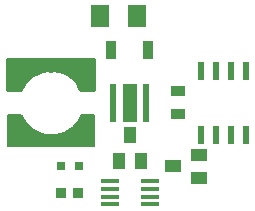
<source format=gtp>
G75*
%MOIN*%
%OFA0B0*%
%FSLAX25Y25*%
%IPPOS*%
%LPD*%
%AMOC8*
5,1,8,0,0,1.08239X$1,22.5*
%
%ADD10R,0.05118X0.03543*%
%ADD11R,0.02165X0.05906*%
%ADD12R,0.03937X0.05512*%
%ADD13R,0.01969X0.12992*%
%ADD14R,0.05118X0.12992*%
%ADD15R,0.05000X0.05000*%
%ADD16C,0.01200*%
%ADD17C,0.00160*%
%ADD18C,0.00500*%
%ADD19R,0.06299X0.07480*%
%ADD20R,0.03543X0.06299*%
%ADD21R,0.06299X0.01181*%
%ADD22R,0.03740X0.03740*%
%ADD23R,0.03150X0.03150*%
%ADD24R,0.05512X0.03937*%
D10*
X0062850Y0044110D03*
X0062850Y0051590D03*
D11*
X0070350Y0058480D03*
X0075350Y0058480D03*
X0080350Y0058480D03*
X0085350Y0058480D03*
X0085350Y0037220D03*
X0080350Y0037220D03*
X0075350Y0037220D03*
X0070350Y0037220D03*
D12*
X0050340Y0028519D03*
X0042860Y0028519D03*
X0046600Y0037181D03*
D13*
X0041088Y0047850D03*
X0052112Y0047850D03*
D14*
X0046600Y0047850D03*
D15*
X0008539Y0036039D03*
X0008539Y0059661D03*
D16*
X0005980Y0059180D02*
X0034720Y0059180D01*
X0034720Y0057982D02*
X0025255Y0057982D01*
X0025471Y0057903D02*
X0024241Y0058349D01*
X0022956Y0058597D01*
X0021649Y0058641D01*
X0020350Y0058480D01*
X0019044Y0058688D01*
X0017721Y0058680D01*
X0016418Y0058454D01*
X0015169Y0058018D01*
X0014009Y0057383D01*
X0012969Y0056566D01*
X0012077Y0055589D01*
X0011357Y0054479D01*
X0010829Y0053267D01*
X0010507Y0051984D01*
X0005980Y0051984D01*
X0005980Y0062220D01*
X0034720Y0062220D01*
X0034720Y0051984D01*
X0030193Y0051984D01*
X0029830Y0053241D01*
X0029276Y0054426D01*
X0028542Y0055510D01*
X0027649Y0056466D01*
X0026617Y0057270D01*
X0025471Y0057903D01*
X0027242Y0056783D02*
X0034720Y0056783D01*
X0034720Y0055584D02*
X0028473Y0055584D01*
X0029295Y0054386D02*
X0034720Y0054386D01*
X0034720Y0053187D02*
X0029846Y0053187D01*
X0030191Y0051989D02*
X0034720Y0051989D01*
X0034720Y0060379D02*
X0005980Y0060379D01*
X0005980Y0061577D02*
X0034720Y0061577D01*
X0015103Y0057982D02*
X0005980Y0057982D01*
X0005980Y0056783D02*
X0013246Y0056783D01*
X0012074Y0055584D02*
X0005980Y0055584D01*
X0005980Y0054386D02*
X0011317Y0054386D01*
X0010809Y0053187D02*
X0005980Y0053187D01*
X0005980Y0051989D02*
X0010509Y0051989D01*
D17*
X0009246Y0043207D02*
X0010573Y0043765D01*
X0010678Y0043527D01*
X0010790Y0043292D01*
X0010906Y0043060D01*
X0011029Y0042831D01*
X0011157Y0042605D01*
X0011291Y0042382D01*
X0011430Y0042162D01*
X0011574Y0041946D01*
X0011724Y0041733D01*
X0011878Y0041524D01*
X0012038Y0041319D01*
X0012203Y0041118D01*
X0012372Y0040921D01*
X0012546Y0040728D01*
X0012725Y0040540D01*
X0012909Y0040356D01*
X0013097Y0040176D01*
X0013289Y0040001D01*
X0013486Y0039831D01*
X0013686Y0039666D01*
X0013891Y0039505D01*
X0014099Y0039350D01*
X0014311Y0039200D01*
X0014527Y0039054D01*
X0014746Y0038915D01*
X0014968Y0038780D01*
X0015194Y0038652D01*
X0015423Y0038528D01*
X0015655Y0038410D01*
X0015889Y0038298D01*
X0016126Y0038192D01*
X0016366Y0038092D01*
X0016608Y0037997D01*
X0016853Y0037908D01*
X0017099Y0037826D01*
X0017347Y0037749D01*
X0017598Y0037679D01*
X0017849Y0037614D01*
X0018103Y0037556D01*
X0018357Y0037504D01*
X0018613Y0037458D01*
X0018870Y0037418D01*
X0019128Y0037385D01*
X0019387Y0037358D01*
X0019646Y0037337D01*
X0019905Y0037323D01*
X0020165Y0037315D01*
X0020425Y0037313D01*
X0020685Y0037318D01*
X0020944Y0037329D01*
X0021204Y0037346D01*
X0021463Y0037370D01*
X0021721Y0037400D01*
X0021978Y0037436D01*
X0022235Y0037478D01*
X0022490Y0037527D01*
X0022744Y0037582D01*
X0022997Y0037643D01*
X0023248Y0037710D01*
X0023497Y0037784D01*
X0023745Y0037863D01*
X0023990Y0037949D01*
X0024233Y0038040D01*
X0024475Y0038137D01*
X0024713Y0038240D01*
X0024949Y0038349D01*
X0025182Y0038464D01*
X0025413Y0038584D01*
X0025640Y0038710D01*
X0025864Y0038842D01*
X0026085Y0038978D01*
X0026303Y0039121D01*
X0026517Y0039268D01*
X0026727Y0039421D01*
X0026934Y0039578D01*
X0027137Y0039741D01*
X0027335Y0039909D01*
X0027530Y0040081D01*
X0027720Y0040258D01*
X0027906Y0040440D01*
X0028088Y0040626D01*
X0028264Y0040817D01*
X0028437Y0041011D01*
X0028604Y0041210D01*
X0028766Y0041413D01*
X0028924Y0041620D01*
X0029076Y0041831D01*
X0029223Y0042045D01*
X0029365Y0042263D01*
X0029501Y0042484D01*
X0029633Y0042708D01*
X0029758Y0042936D01*
X0029878Y0043167D01*
X0029992Y0043400D01*
X0030101Y0043636D01*
X0030204Y0043875D01*
X0031537Y0043332D01*
X0031421Y0043060D01*
X0031298Y0042792D01*
X0031168Y0042527D01*
X0031032Y0042265D01*
X0030890Y0042006D01*
X0030741Y0041751D01*
X0030586Y0041499D01*
X0030425Y0041252D01*
X0030258Y0041008D01*
X0030085Y0040769D01*
X0029907Y0040534D01*
X0029722Y0040303D01*
X0029532Y0040077D01*
X0029337Y0039856D01*
X0029136Y0039639D01*
X0028930Y0039428D01*
X0028719Y0039221D01*
X0028503Y0039020D01*
X0028282Y0038824D01*
X0028057Y0038633D01*
X0027827Y0038448D01*
X0027592Y0038269D01*
X0027353Y0038096D01*
X0027110Y0037928D01*
X0026863Y0037766D01*
X0026612Y0037611D01*
X0026357Y0037461D01*
X0026099Y0037318D01*
X0025837Y0037181D01*
X0025572Y0037051D01*
X0025304Y0036927D01*
X0025033Y0036810D01*
X0024759Y0036699D01*
X0024483Y0036595D01*
X0024204Y0036498D01*
X0023923Y0036408D01*
X0023640Y0036325D01*
X0023355Y0036248D01*
X0023068Y0036179D01*
X0022779Y0036116D01*
X0022489Y0036061D01*
X0022198Y0036013D01*
X0021905Y0035971D01*
X0021612Y0035937D01*
X0021318Y0035911D01*
X0021023Y0035891D01*
X0020728Y0035878D01*
X0020433Y0035873D01*
X0020138Y0035875D01*
X0019843Y0035884D01*
X0019548Y0035901D01*
X0019253Y0035924D01*
X0018960Y0035955D01*
X0018667Y0035993D01*
X0018375Y0036038D01*
X0018084Y0036090D01*
X0017795Y0036149D01*
X0017507Y0036215D01*
X0017221Y0036289D01*
X0016937Y0036369D01*
X0016655Y0036456D01*
X0016375Y0036550D01*
X0016098Y0036651D01*
X0015823Y0036758D01*
X0015550Y0036872D01*
X0015281Y0036993D01*
X0015014Y0037121D01*
X0014751Y0037254D01*
X0014491Y0037395D01*
X0014235Y0037541D01*
X0013982Y0037694D01*
X0013733Y0037853D01*
X0013488Y0038018D01*
X0013248Y0038188D01*
X0013011Y0038365D01*
X0012779Y0038547D01*
X0012551Y0038735D01*
X0012328Y0038929D01*
X0012110Y0039128D01*
X0011896Y0039332D01*
X0011688Y0039541D01*
X0011485Y0039755D01*
X0011287Y0039975D01*
X0011095Y0040199D01*
X0010908Y0040427D01*
X0010726Y0040660D01*
X0010551Y0040898D01*
X0010381Y0041139D01*
X0010217Y0041385D01*
X0010060Y0041635D01*
X0009908Y0041888D01*
X0009763Y0042145D01*
X0009624Y0042406D01*
X0009491Y0042669D01*
X0009365Y0042936D01*
X0009245Y0043206D01*
X0009385Y0043265D01*
X0009503Y0042998D01*
X0009627Y0042735D01*
X0009758Y0042474D01*
X0009896Y0042217D01*
X0010039Y0041963D01*
X0010189Y0041713D01*
X0010344Y0041466D01*
X0010506Y0041224D01*
X0010674Y0040985D01*
X0010847Y0040751D01*
X0011026Y0040521D01*
X0011211Y0040295D01*
X0011401Y0040074D01*
X0011596Y0039857D01*
X0011797Y0039646D01*
X0012002Y0039439D01*
X0012213Y0039238D01*
X0012429Y0039041D01*
X0012649Y0038850D01*
X0012874Y0038665D01*
X0013103Y0038485D01*
X0013337Y0038310D01*
X0013575Y0038142D01*
X0013817Y0037979D01*
X0014062Y0037822D01*
X0014312Y0037671D01*
X0014565Y0037526D01*
X0014822Y0037388D01*
X0015082Y0037256D01*
X0015345Y0037130D01*
X0015611Y0037011D01*
X0015880Y0036898D01*
X0016151Y0036792D01*
X0016425Y0036692D01*
X0016702Y0036600D01*
X0016980Y0036514D01*
X0017261Y0036434D01*
X0017543Y0036362D01*
X0017827Y0036297D01*
X0018113Y0036238D01*
X0018400Y0036187D01*
X0018688Y0036142D01*
X0018977Y0036105D01*
X0019267Y0036075D01*
X0019558Y0036051D01*
X0019849Y0036035D01*
X0020141Y0036026D01*
X0020432Y0036024D01*
X0020724Y0036029D01*
X0021015Y0036042D01*
X0021306Y0036061D01*
X0021596Y0036088D01*
X0021886Y0036121D01*
X0022175Y0036162D01*
X0022462Y0036210D01*
X0022749Y0036264D01*
X0023034Y0036326D01*
X0023317Y0036394D01*
X0023599Y0036470D01*
X0023878Y0036552D01*
X0024156Y0036641D01*
X0024431Y0036737D01*
X0024704Y0036840D01*
X0024975Y0036949D01*
X0025242Y0037065D01*
X0025507Y0037187D01*
X0025768Y0037316D01*
X0026027Y0037451D01*
X0026282Y0037592D01*
X0026533Y0037740D01*
X0026781Y0037893D01*
X0027025Y0038053D01*
X0027265Y0038218D01*
X0027501Y0038390D01*
X0027733Y0038567D01*
X0027960Y0038749D01*
X0028183Y0038938D01*
X0028401Y0039131D01*
X0028614Y0039330D01*
X0028823Y0039534D01*
X0029026Y0039743D01*
X0029224Y0039956D01*
X0029417Y0040175D01*
X0029605Y0040398D01*
X0029787Y0040626D01*
X0029963Y0040858D01*
X0030134Y0041095D01*
X0030299Y0041335D01*
X0030458Y0041579D01*
X0030611Y0041828D01*
X0030758Y0042080D01*
X0030898Y0042335D01*
X0031033Y0042594D01*
X0031161Y0042856D01*
X0031282Y0043121D01*
X0031398Y0043389D01*
X0031258Y0043446D01*
X0031144Y0043181D01*
X0031024Y0042919D01*
X0030898Y0042661D01*
X0030765Y0042405D01*
X0030626Y0042153D01*
X0030481Y0041905D01*
X0030330Y0041660D01*
X0030173Y0041418D01*
X0030010Y0041181D01*
X0029842Y0040947D01*
X0029667Y0040718D01*
X0029488Y0040493D01*
X0029302Y0040273D01*
X0029112Y0040057D01*
X0028916Y0039846D01*
X0028715Y0039640D01*
X0028510Y0039439D01*
X0028299Y0039242D01*
X0028084Y0039051D01*
X0027864Y0038866D01*
X0027639Y0038685D01*
X0027411Y0038511D01*
X0027178Y0038341D01*
X0026941Y0038178D01*
X0026700Y0038020D01*
X0026455Y0037869D01*
X0026207Y0037723D01*
X0025955Y0037584D01*
X0025700Y0037450D01*
X0025442Y0037323D01*
X0025180Y0037203D01*
X0024916Y0037088D01*
X0024649Y0036981D01*
X0024380Y0036879D01*
X0024108Y0036785D01*
X0023834Y0036697D01*
X0023558Y0036615D01*
X0023279Y0036541D01*
X0023000Y0036473D01*
X0022718Y0036412D01*
X0022436Y0036358D01*
X0022152Y0036311D01*
X0021867Y0036271D01*
X0021581Y0036238D01*
X0021294Y0036212D01*
X0021007Y0036192D01*
X0020719Y0036180D01*
X0020431Y0036175D01*
X0020143Y0036177D01*
X0019856Y0036186D01*
X0019568Y0036202D01*
X0019281Y0036225D01*
X0018995Y0036255D01*
X0018710Y0036292D01*
X0018425Y0036336D01*
X0018142Y0036386D01*
X0017860Y0036444D01*
X0017579Y0036509D01*
X0017300Y0036580D01*
X0017023Y0036658D01*
X0016748Y0036743D01*
X0016475Y0036835D01*
X0016205Y0036933D01*
X0015937Y0037038D01*
X0015671Y0037149D01*
X0015408Y0037267D01*
X0015149Y0037391D01*
X0014892Y0037522D01*
X0014639Y0037658D01*
X0014389Y0037801D01*
X0014142Y0037950D01*
X0013900Y0038105D01*
X0013661Y0038265D01*
X0013426Y0038432D01*
X0013195Y0038604D01*
X0012969Y0038782D01*
X0012747Y0038965D01*
X0012529Y0039154D01*
X0012317Y0039348D01*
X0012109Y0039547D01*
X0011906Y0039751D01*
X0011707Y0039959D01*
X0011515Y0040173D01*
X0011327Y0040391D01*
X0011145Y0040614D01*
X0010968Y0040841D01*
X0010797Y0041073D01*
X0010631Y0041308D01*
X0010472Y0041548D01*
X0010318Y0041791D01*
X0010170Y0042038D01*
X0010028Y0042289D01*
X0009893Y0042543D01*
X0009763Y0042800D01*
X0009640Y0043060D01*
X0009524Y0043323D01*
X0009663Y0043382D01*
X0009778Y0043122D01*
X0009900Y0042865D01*
X0010027Y0042611D01*
X0010161Y0042361D01*
X0010301Y0042113D01*
X0010447Y0041870D01*
X0010599Y0041629D01*
X0010756Y0041393D01*
X0010920Y0041160D01*
X0011089Y0040932D01*
X0011263Y0040708D01*
X0011443Y0040488D01*
X0011628Y0040272D01*
X0011819Y0040061D01*
X0012014Y0039855D01*
X0012215Y0039654D01*
X0012420Y0039458D01*
X0012630Y0039266D01*
X0012845Y0039080D01*
X0013064Y0038899D01*
X0013288Y0038724D01*
X0013515Y0038554D01*
X0013747Y0038389D01*
X0013983Y0038231D01*
X0014223Y0038078D01*
X0014466Y0037931D01*
X0014712Y0037790D01*
X0014963Y0037655D01*
X0015216Y0037526D01*
X0015472Y0037404D01*
X0015732Y0037288D01*
X0015994Y0037178D01*
X0016258Y0037074D01*
X0016525Y0036977D01*
X0016795Y0036887D01*
X0017066Y0036803D01*
X0017340Y0036726D01*
X0017615Y0036655D01*
X0017892Y0036592D01*
X0018170Y0036535D01*
X0018450Y0036485D01*
X0018731Y0036441D01*
X0019013Y0036405D01*
X0019295Y0036375D01*
X0019579Y0036353D01*
X0019862Y0036337D01*
X0020146Y0036328D01*
X0020430Y0036326D01*
X0020715Y0036331D01*
X0020998Y0036343D01*
X0021282Y0036362D01*
X0021565Y0036388D01*
X0021847Y0036421D01*
X0022129Y0036460D01*
X0022409Y0036507D01*
X0022688Y0036560D01*
X0022966Y0036620D01*
X0023242Y0036687D01*
X0023516Y0036761D01*
X0023789Y0036841D01*
X0024060Y0036928D01*
X0024328Y0037021D01*
X0024594Y0037121D01*
X0024857Y0037228D01*
X0025118Y0037340D01*
X0025376Y0037459D01*
X0025631Y0037585D01*
X0025883Y0037716D01*
X0026132Y0037854D01*
X0026377Y0037998D01*
X0026618Y0038148D01*
X0026856Y0038303D01*
X0027090Y0038464D01*
X0027320Y0038631D01*
X0027546Y0038804D01*
X0027767Y0038982D01*
X0027984Y0039165D01*
X0028197Y0039354D01*
X0028405Y0039547D01*
X0028608Y0039746D01*
X0028806Y0039950D01*
X0029000Y0040158D01*
X0029188Y0040371D01*
X0029370Y0040589D01*
X0029548Y0040810D01*
X0029720Y0041037D01*
X0029886Y0041267D01*
X0030047Y0041501D01*
X0030202Y0041740D01*
X0030351Y0041981D01*
X0030494Y0042227D01*
X0030631Y0042476D01*
X0030762Y0042728D01*
X0030887Y0042983D01*
X0031006Y0043241D01*
X0031118Y0043503D01*
X0030978Y0043560D01*
X0030867Y0043302D01*
X0030750Y0043047D01*
X0030627Y0042795D01*
X0030498Y0042546D01*
X0030362Y0042301D01*
X0030221Y0042058D01*
X0030074Y0041820D01*
X0029921Y0041585D01*
X0029762Y0041353D01*
X0029598Y0041126D01*
X0029428Y0040903D01*
X0029253Y0040684D01*
X0029073Y0040469D01*
X0028887Y0040259D01*
X0028696Y0040053D01*
X0028501Y0039852D01*
X0028300Y0039656D01*
X0028095Y0039465D01*
X0027885Y0039279D01*
X0027671Y0039098D01*
X0027452Y0038922D01*
X0027229Y0038752D01*
X0027002Y0038587D01*
X0026771Y0038428D01*
X0026537Y0038275D01*
X0026298Y0038127D01*
X0026056Y0037985D01*
X0025811Y0037849D01*
X0025562Y0037719D01*
X0025311Y0037596D01*
X0025056Y0037478D01*
X0024799Y0037367D01*
X0024539Y0037262D01*
X0024276Y0037163D01*
X0024011Y0037071D01*
X0023744Y0036985D01*
X0023475Y0036906D01*
X0023204Y0036833D01*
X0022932Y0036767D01*
X0022658Y0036708D01*
X0022382Y0036655D01*
X0022106Y0036610D01*
X0021828Y0036570D01*
X0021549Y0036538D01*
X0021270Y0036513D01*
X0020990Y0036494D01*
X0020710Y0036482D01*
X0020430Y0036477D01*
X0020149Y0036479D01*
X0019869Y0036488D01*
X0019589Y0036503D01*
X0019309Y0036526D01*
X0019030Y0036555D01*
X0018752Y0036591D01*
X0018475Y0036633D01*
X0018199Y0036683D01*
X0017924Y0036739D01*
X0017651Y0036802D01*
X0017379Y0036872D01*
X0017109Y0036948D01*
X0016841Y0037031D01*
X0016575Y0037120D01*
X0016312Y0037215D01*
X0016051Y0037318D01*
X0015792Y0037426D01*
X0015536Y0037541D01*
X0015283Y0037662D01*
X0015033Y0037789D01*
X0014786Y0037922D01*
X0014543Y0038061D01*
X0014303Y0038206D01*
X0014066Y0038357D01*
X0013833Y0038513D01*
X0013605Y0038676D01*
X0013380Y0038843D01*
X0013159Y0039016D01*
X0012943Y0039195D01*
X0012731Y0039379D01*
X0012524Y0039567D01*
X0012321Y0039761D01*
X0012123Y0039960D01*
X0011930Y0040163D01*
X0011742Y0040372D01*
X0011559Y0040584D01*
X0011382Y0040801D01*
X0011209Y0041023D01*
X0011043Y0041248D01*
X0010881Y0041478D01*
X0010726Y0041711D01*
X0010576Y0041948D01*
X0010432Y0042189D01*
X0010294Y0042433D01*
X0010162Y0042680D01*
X0010036Y0042931D01*
X0009916Y0043184D01*
X0009802Y0043441D01*
X0009941Y0043499D01*
X0010054Y0043246D01*
X0010172Y0042996D01*
X0010296Y0042749D01*
X0010427Y0042505D01*
X0010563Y0042264D01*
X0010705Y0042026D01*
X0010853Y0041792D01*
X0011007Y0041562D01*
X0011166Y0041336D01*
X0011330Y0041113D01*
X0011500Y0040895D01*
X0011676Y0040681D01*
X0011856Y0040471D01*
X0012041Y0040265D01*
X0012232Y0040065D01*
X0012427Y0039869D01*
X0012627Y0039677D01*
X0012832Y0039491D01*
X0013041Y0039310D01*
X0013254Y0039134D01*
X0013472Y0038963D01*
X0013694Y0038797D01*
X0013920Y0038637D01*
X0014149Y0038483D01*
X0014383Y0038334D01*
X0014620Y0038191D01*
X0014860Y0038054D01*
X0015103Y0037922D01*
X0015350Y0037797D01*
X0015600Y0037678D01*
X0015852Y0037564D01*
X0016108Y0037457D01*
X0016365Y0037357D01*
X0016625Y0037262D01*
X0016888Y0037174D01*
X0017152Y0037093D01*
X0017419Y0037017D01*
X0017687Y0036949D01*
X0017956Y0036887D01*
X0018228Y0036831D01*
X0018500Y0036782D01*
X0018773Y0036740D01*
X0019048Y0036705D01*
X0019323Y0036676D01*
X0019599Y0036654D01*
X0019875Y0036639D01*
X0020152Y0036630D01*
X0020429Y0036628D01*
X0020705Y0036633D01*
X0020982Y0036645D01*
X0021258Y0036663D01*
X0021534Y0036688D01*
X0021809Y0036720D01*
X0022083Y0036759D01*
X0022356Y0036804D01*
X0022627Y0036856D01*
X0022898Y0036914D01*
X0023167Y0036980D01*
X0023434Y0037051D01*
X0023700Y0037129D01*
X0023963Y0037214D01*
X0024225Y0037305D01*
X0024484Y0037402D01*
X0024740Y0037506D01*
X0024994Y0037616D01*
X0025245Y0037732D01*
X0025494Y0037854D01*
X0025739Y0037982D01*
X0025981Y0038116D01*
X0026220Y0038256D01*
X0026455Y0038402D01*
X0026687Y0038553D01*
X0026915Y0038710D01*
X0027139Y0038873D01*
X0027359Y0039041D01*
X0027574Y0039214D01*
X0027786Y0039393D01*
X0027993Y0039576D01*
X0028195Y0039765D01*
X0028393Y0039958D01*
X0028586Y0040157D01*
X0028775Y0040359D01*
X0028958Y0040567D01*
X0029136Y0040779D01*
X0029309Y0040995D01*
X0029476Y0041215D01*
X0029638Y0041440D01*
X0029795Y0041668D01*
X0029946Y0041900D01*
X0030091Y0042135D01*
X0030231Y0042374D01*
X0030364Y0042617D01*
X0030492Y0042862D01*
X0030613Y0043111D01*
X0030729Y0043362D01*
X0030838Y0043616D01*
X0030698Y0043673D01*
X0030590Y0043423D01*
X0030476Y0043175D01*
X0030356Y0042929D01*
X0030231Y0042687D01*
X0030099Y0042448D01*
X0029961Y0042212D01*
X0029818Y0041980D01*
X0029669Y0041751D01*
X0029514Y0041526D01*
X0029354Y0041304D01*
X0029189Y0041087D01*
X0029019Y0040874D01*
X0028843Y0040665D01*
X0028662Y0040460D01*
X0028476Y0040260D01*
X0028286Y0040064D01*
X0028091Y0039874D01*
X0027891Y0039688D01*
X0027687Y0039506D01*
X0027478Y0039330D01*
X0027265Y0039159D01*
X0027048Y0038994D01*
X0026827Y0038833D01*
X0026602Y0038678D01*
X0026374Y0038529D01*
X0026142Y0038385D01*
X0025906Y0038247D01*
X0025667Y0038115D01*
X0025425Y0037988D01*
X0025180Y0037868D01*
X0024932Y0037753D01*
X0024682Y0037645D01*
X0024428Y0037543D01*
X0024173Y0037447D01*
X0023915Y0037357D01*
X0023655Y0037274D01*
X0023393Y0037196D01*
X0023129Y0037126D01*
X0022864Y0037062D01*
X0022597Y0037004D01*
X0022329Y0036953D01*
X0022060Y0036908D01*
X0021789Y0036870D01*
X0021518Y0036839D01*
X0021246Y0036814D01*
X0020974Y0036796D01*
X0020701Y0036784D01*
X0020428Y0036779D01*
X0020155Y0036781D01*
X0019882Y0036789D01*
X0019609Y0036805D01*
X0019337Y0036826D01*
X0019066Y0036855D01*
X0018795Y0036890D01*
X0018525Y0036931D01*
X0018256Y0036979D01*
X0017989Y0037034D01*
X0017723Y0037095D01*
X0017458Y0037163D01*
X0017195Y0037237D01*
X0016934Y0037318D01*
X0016676Y0037405D01*
X0016419Y0037498D01*
X0016165Y0037597D01*
X0015913Y0037703D01*
X0015664Y0037814D01*
X0015417Y0037932D01*
X0015174Y0038056D01*
X0014934Y0038185D01*
X0014696Y0038321D01*
X0014463Y0038462D01*
X0014233Y0038609D01*
X0014006Y0038761D01*
X0013783Y0038919D01*
X0013564Y0039082D01*
X0013350Y0039251D01*
X0013139Y0039425D01*
X0012933Y0039603D01*
X0012731Y0039787D01*
X0012533Y0039976D01*
X0012341Y0040169D01*
X0012153Y0040368D01*
X0011970Y0040570D01*
X0011792Y0040777D01*
X0011619Y0040988D01*
X0011451Y0041204D01*
X0011289Y0041423D01*
X0011132Y0041647D01*
X0010980Y0041874D01*
X0010834Y0042105D01*
X0010694Y0042339D01*
X0010559Y0042577D01*
X0010431Y0042817D01*
X0010308Y0043061D01*
X0010191Y0043308D01*
X0010081Y0043558D01*
X0010220Y0043616D01*
X0010329Y0043370D01*
X0010444Y0043127D01*
X0010565Y0042886D01*
X0010692Y0042648D01*
X0010825Y0042414D01*
X0010963Y0042183D01*
X0011107Y0041955D01*
X0011257Y0041731D01*
X0011412Y0041511D01*
X0011572Y0041294D01*
X0011737Y0041082D01*
X0011908Y0040874D01*
X0012084Y0040669D01*
X0012264Y0040470D01*
X0012449Y0040274D01*
X0012640Y0040083D01*
X0012834Y0039897D01*
X0013033Y0039716D01*
X0013237Y0039540D01*
X0013445Y0039368D01*
X0013657Y0039202D01*
X0013873Y0039041D01*
X0014092Y0038885D01*
X0014316Y0038735D01*
X0014543Y0038590D01*
X0014773Y0038451D01*
X0015007Y0038317D01*
X0015244Y0038189D01*
X0015484Y0038067D01*
X0015727Y0037951D01*
X0015973Y0037841D01*
X0016222Y0037737D01*
X0016472Y0037639D01*
X0016726Y0037547D01*
X0016981Y0037461D01*
X0017238Y0037382D01*
X0017498Y0037309D01*
X0017758Y0037242D01*
X0018021Y0037182D01*
X0018285Y0037128D01*
X0018550Y0037080D01*
X0018816Y0037039D01*
X0019083Y0037005D01*
X0019351Y0036977D01*
X0019620Y0036955D01*
X0019888Y0036940D01*
X0020158Y0036932D01*
X0020427Y0036930D01*
X0020696Y0036935D01*
X0020965Y0036946D01*
X0021234Y0036964D01*
X0021502Y0036989D01*
X0021770Y0037020D01*
X0022037Y0037057D01*
X0022302Y0037101D01*
X0022567Y0037152D01*
X0022830Y0037209D01*
X0023092Y0037272D01*
X0023352Y0037342D01*
X0023610Y0037418D01*
X0023867Y0037500D01*
X0024121Y0037589D01*
X0024373Y0037683D01*
X0024623Y0037784D01*
X0024870Y0037891D01*
X0025115Y0038004D01*
X0025357Y0038123D01*
X0025595Y0038248D01*
X0025831Y0038378D01*
X0026063Y0038514D01*
X0026292Y0038656D01*
X0026518Y0038803D01*
X0026739Y0038956D01*
X0026957Y0039114D01*
X0027171Y0039278D01*
X0027381Y0039446D01*
X0027587Y0039620D01*
X0027789Y0039799D01*
X0027986Y0039982D01*
X0028179Y0040171D01*
X0028366Y0040364D01*
X0028550Y0040561D01*
X0028728Y0040763D01*
X0028901Y0040969D01*
X0029070Y0041179D01*
X0029233Y0041394D01*
X0029390Y0041612D01*
X0029543Y0041834D01*
X0029690Y0042060D01*
X0029831Y0042289D01*
X0029967Y0042522D01*
X0030097Y0042757D01*
X0030221Y0042996D01*
X0030340Y0043238D01*
X0030452Y0043483D01*
X0030559Y0043730D01*
X0030419Y0043787D01*
X0030314Y0043543D01*
X0030203Y0043302D01*
X0030086Y0043064D01*
X0029963Y0042828D01*
X0029835Y0042595D01*
X0029701Y0042366D01*
X0029562Y0042140D01*
X0029417Y0041917D01*
X0029266Y0041698D01*
X0029111Y0041483D01*
X0028950Y0041272D01*
X0028784Y0041064D01*
X0028613Y0040861D01*
X0028437Y0040662D01*
X0028257Y0040467D01*
X0028071Y0040277D01*
X0027881Y0040091D01*
X0027687Y0039910D01*
X0027488Y0039734D01*
X0027285Y0039563D01*
X0027078Y0039396D01*
X0026867Y0039235D01*
X0026652Y0039079D01*
X0026433Y0038928D01*
X0026211Y0038783D01*
X0025985Y0038643D01*
X0025756Y0038509D01*
X0025523Y0038380D01*
X0025288Y0038257D01*
X0025049Y0038140D01*
X0024808Y0038029D01*
X0024565Y0037923D01*
X0024318Y0037824D01*
X0024070Y0037731D01*
X0023819Y0037643D01*
X0023566Y0037562D01*
X0023311Y0037487D01*
X0023054Y0037418D01*
X0022796Y0037356D01*
X0022537Y0037300D01*
X0022276Y0037250D01*
X0022014Y0037207D01*
X0021751Y0037170D01*
X0021487Y0037139D01*
X0021222Y0037115D01*
X0020957Y0037097D01*
X0020692Y0037086D01*
X0020426Y0037081D01*
X0020161Y0037083D01*
X0019895Y0037091D01*
X0019630Y0037106D01*
X0019365Y0037127D01*
X0019101Y0037155D01*
X0018837Y0037189D01*
X0018575Y0037229D01*
X0018313Y0037276D01*
X0018053Y0037329D01*
X0017794Y0037389D01*
X0017537Y0037455D01*
X0017281Y0037527D01*
X0017028Y0037605D01*
X0016776Y0037690D01*
X0016526Y0037780D01*
X0016279Y0037877D01*
X0016034Y0037980D01*
X0015791Y0038088D01*
X0015552Y0038203D01*
X0015315Y0038323D01*
X0015081Y0038449D01*
X0014850Y0038581D01*
X0014623Y0038718D01*
X0014399Y0038861D01*
X0014179Y0039009D01*
X0013962Y0039163D01*
X0013749Y0039321D01*
X0013540Y0039485D01*
X0013335Y0039654D01*
X0013134Y0039828D01*
X0012938Y0040007D01*
X0012746Y0040191D01*
X0012558Y0040379D01*
X0012375Y0040572D01*
X0012197Y0040769D01*
X0012024Y0040970D01*
X0011856Y0041176D01*
X0011693Y0041385D01*
X0011535Y0041599D01*
X0011382Y0041816D01*
X0011234Y0042037D01*
X0011092Y0042261D01*
X0010956Y0042489D01*
X0010825Y0042720D01*
X0010700Y0042955D01*
X0010580Y0043192D01*
X0010467Y0043432D01*
X0010359Y0043675D01*
X0010498Y0043733D01*
X0010604Y0043494D01*
X0010716Y0043257D01*
X0010834Y0043023D01*
X0010958Y0042792D01*
X0011087Y0042564D01*
X0011221Y0042340D01*
X0011362Y0042118D01*
X0011507Y0041900D01*
X0011658Y0041686D01*
X0011813Y0041476D01*
X0011974Y0041269D01*
X0012140Y0041066D01*
X0012311Y0040868D01*
X0012487Y0040674D01*
X0012667Y0040484D01*
X0012852Y0040298D01*
X0013041Y0040117D01*
X0013235Y0039941D01*
X0013433Y0039769D01*
X0013635Y0039603D01*
X0013841Y0039441D01*
X0014051Y0039284D01*
X0014265Y0039133D01*
X0014482Y0038987D01*
X0014703Y0038846D01*
X0014927Y0038711D01*
X0015155Y0038581D01*
X0015385Y0038457D01*
X0015619Y0038338D01*
X0015855Y0038225D01*
X0016094Y0038118D01*
X0016336Y0038017D01*
X0016580Y0037921D01*
X0016826Y0037832D01*
X0017074Y0037749D01*
X0017324Y0037671D01*
X0017576Y0037600D01*
X0017830Y0037535D01*
X0018085Y0037477D01*
X0018342Y0037424D01*
X0018600Y0037378D01*
X0018859Y0037338D01*
X0019119Y0037305D01*
X0019379Y0037277D01*
X0019640Y0037256D01*
X0019902Y0037242D01*
X0020163Y0037234D01*
X0020425Y0037232D01*
X0020687Y0037237D01*
X0020949Y0037248D01*
X0021210Y0037265D01*
X0021471Y0037289D01*
X0021731Y0037319D01*
X0021991Y0037356D01*
X0022249Y0037399D01*
X0022506Y0037448D01*
X0022762Y0037503D01*
X0023017Y0037565D01*
X0023270Y0037632D01*
X0023521Y0037706D01*
X0023771Y0037786D01*
X0024018Y0037872D01*
X0024263Y0037965D01*
X0024506Y0038063D01*
X0024746Y0038167D01*
X0024984Y0038276D01*
X0025219Y0038392D01*
X0025451Y0038513D01*
X0025681Y0038640D01*
X0025906Y0038772D01*
X0026129Y0038910D01*
X0026348Y0039054D01*
X0026564Y0039202D01*
X0026776Y0039356D01*
X0026984Y0039515D01*
X0027189Y0039679D01*
X0027389Y0039848D01*
X0027585Y0040021D01*
X0027776Y0040200D01*
X0027964Y0040383D01*
X0028147Y0040571D01*
X0028325Y0040763D01*
X0028498Y0040959D01*
X0028667Y0041159D01*
X0028830Y0041364D01*
X0028989Y0041572D01*
X0029142Y0041784D01*
X0029291Y0042000D01*
X0029434Y0042220D01*
X0029571Y0042443D01*
X0029703Y0042669D01*
X0029830Y0042898D01*
X0029951Y0043131D01*
X0030066Y0043366D01*
X0030175Y0043604D01*
X0030279Y0043844D01*
X0031454Y0052493D02*
X0030127Y0051935D01*
X0030022Y0052173D01*
X0029910Y0052408D01*
X0029794Y0052640D01*
X0029671Y0052869D01*
X0029543Y0053095D01*
X0029409Y0053318D01*
X0029270Y0053538D01*
X0029126Y0053754D01*
X0028976Y0053967D01*
X0028822Y0054176D01*
X0028662Y0054381D01*
X0028497Y0054582D01*
X0028328Y0054779D01*
X0028154Y0054972D01*
X0027975Y0055160D01*
X0027791Y0055344D01*
X0027603Y0055524D01*
X0027411Y0055699D01*
X0027214Y0055869D01*
X0027014Y0056034D01*
X0026809Y0056195D01*
X0026601Y0056350D01*
X0026389Y0056500D01*
X0026173Y0056646D01*
X0025954Y0056785D01*
X0025732Y0056920D01*
X0025506Y0057048D01*
X0025277Y0057172D01*
X0025045Y0057290D01*
X0024811Y0057402D01*
X0024574Y0057508D01*
X0024334Y0057608D01*
X0024092Y0057703D01*
X0023847Y0057792D01*
X0023601Y0057874D01*
X0023353Y0057951D01*
X0023102Y0058021D01*
X0022851Y0058086D01*
X0022597Y0058144D01*
X0022343Y0058196D01*
X0022087Y0058242D01*
X0021830Y0058282D01*
X0021572Y0058315D01*
X0021313Y0058342D01*
X0021054Y0058363D01*
X0020795Y0058377D01*
X0020535Y0058385D01*
X0020275Y0058387D01*
X0020015Y0058382D01*
X0019756Y0058371D01*
X0019496Y0058354D01*
X0019237Y0058330D01*
X0018979Y0058300D01*
X0018722Y0058264D01*
X0018465Y0058222D01*
X0018210Y0058173D01*
X0017956Y0058118D01*
X0017703Y0058057D01*
X0017452Y0057990D01*
X0017203Y0057916D01*
X0016955Y0057837D01*
X0016710Y0057751D01*
X0016467Y0057660D01*
X0016225Y0057563D01*
X0015987Y0057460D01*
X0015751Y0057351D01*
X0015518Y0057236D01*
X0015287Y0057116D01*
X0015060Y0056990D01*
X0014836Y0056858D01*
X0014615Y0056722D01*
X0014397Y0056579D01*
X0014183Y0056432D01*
X0013973Y0056279D01*
X0013766Y0056122D01*
X0013563Y0055959D01*
X0013365Y0055791D01*
X0013170Y0055619D01*
X0012980Y0055442D01*
X0012794Y0055260D01*
X0012612Y0055074D01*
X0012436Y0054883D01*
X0012263Y0054689D01*
X0012096Y0054490D01*
X0011934Y0054287D01*
X0011776Y0054080D01*
X0011624Y0053869D01*
X0011477Y0053655D01*
X0011335Y0053437D01*
X0011199Y0053216D01*
X0011067Y0052992D01*
X0010942Y0052764D01*
X0010822Y0052533D01*
X0010708Y0052300D01*
X0010599Y0052064D01*
X0010496Y0051825D01*
X0009163Y0052368D01*
X0009279Y0052640D01*
X0009402Y0052908D01*
X0009532Y0053173D01*
X0009668Y0053435D01*
X0009810Y0053694D01*
X0009959Y0053949D01*
X0010114Y0054201D01*
X0010275Y0054448D01*
X0010442Y0054692D01*
X0010615Y0054931D01*
X0010793Y0055166D01*
X0010978Y0055397D01*
X0011168Y0055623D01*
X0011363Y0055844D01*
X0011564Y0056061D01*
X0011770Y0056272D01*
X0011981Y0056479D01*
X0012197Y0056680D01*
X0012418Y0056876D01*
X0012643Y0057067D01*
X0012873Y0057252D01*
X0013108Y0057431D01*
X0013347Y0057604D01*
X0013590Y0057772D01*
X0013837Y0057934D01*
X0014088Y0058089D01*
X0014343Y0058239D01*
X0014601Y0058382D01*
X0014863Y0058519D01*
X0015128Y0058649D01*
X0015396Y0058773D01*
X0015667Y0058890D01*
X0015941Y0059001D01*
X0016217Y0059105D01*
X0016496Y0059202D01*
X0016777Y0059292D01*
X0017060Y0059375D01*
X0017345Y0059452D01*
X0017632Y0059521D01*
X0017921Y0059584D01*
X0018211Y0059639D01*
X0018502Y0059687D01*
X0018795Y0059729D01*
X0019088Y0059763D01*
X0019382Y0059789D01*
X0019677Y0059809D01*
X0019972Y0059822D01*
X0020267Y0059827D01*
X0020562Y0059825D01*
X0020857Y0059816D01*
X0021152Y0059799D01*
X0021447Y0059776D01*
X0021740Y0059745D01*
X0022033Y0059707D01*
X0022325Y0059662D01*
X0022616Y0059610D01*
X0022905Y0059551D01*
X0023193Y0059485D01*
X0023479Y0059411D01*
X0023763Y0059331D01*
X0024045Y0059244D01*
X0024325Y0059150D01*
X0024602Y0059049D01*
X0024877Y0058942D01*
X0025150Y0058828D01*
X0025419Y0058707D01*
X0025686Y0058579D01*
X0025949Y0058446D01*
X0026209Y0058305D01*
X0026465Y0058159D01*
X0026718Y0058006D01*
X0026967Y0057847D01*
X0027212Y0057682D01*
X0027452Y0057512D01*
X0027689Y0057335D01*
X0027921Y0057153D01*
X0028149Y0056965D01*
X0028372Y0056771D01*
X0028590Y0056572D01*
X0028804Y0056368D01*
X0029012Y0056159D01*
X0029215Y0055945D01*
X0029413Y0055725D01*
X0029605Y0055501D01*
X0029792Y0055273D01*
X0029974Y0055040D01*
X0030149Y0054802D01*
X0030319Y0054561D01*
X0030483Y0054315D01*
X0030640Y0054065D01*
X0030792Y0053812D01*
X0030937Y0053555D01*
X0031076Y0053294D01*
X0031209Y0053031D01*
X0031335Y0052764D01*
X0031455Y0052494D01*
X0031315Y0052435D01*
X0031197Y0052702D01*
X0031073Y0052965D01*
X0030942Y0053226D01*
X0030804Y0053483D01*
X0030661Y0053737D01*
X0030511Y0053987D01*
X0030356Y0054234D01*
X0030194Y0054476D01*
X0030026Y0054715D01*
X0029853Y0054949D01*
X0029674Y0055179D01*
X0029489Y0055405D01*
X0029299Y0055626D01*
X0029104Y0055843D01*
X0028903Y0056054D01*
X0028698Y0056261D01*
X0028487Y0056462D01*
X0028271Y0056659D01*
X0028051Y0056850D01*
X0027826Y0057035D01*
X0027597Y0057215D01*
X0027363Y0057390D01*
X0027125Y0057558D01*
X0026883Y0057721D01*
X0026638Y0057878D01*
X0026388Y0058029D01*
X0026135Y0058174D01*
X0025878Y0058312D01*
X0025618Y0058444D01*
X0025355Y0058570D01*
X0025089Y0058689D01*
X0024820Y0058802D01*
X0024549Y0058908D01*
X0024275Y0059008D01*
X0023998Y0059100D01*
X0023720Y0059186D01*
X0023439Y0059266D01*
X0023157Y0059338D01*
X0022873Y0059403D01*
X0022587Y0059462D01*
X0022300Y0059513D01*
X0022012Y0059558D01*
X0021723Y0059595D01*
X0021433Y0059625D01*
X0021142Y0059649D01*
X0020851Y0059665D01*
X0020559Y0059674D01*
X0020268Y0059676D01*
X0019976Y0059671D01*
X0019685Y0059658D01*
X0019394Y0059639D01*
X0019104Y0059612D01*
X0018814Y0059579D01*
X0018525Y0059538D01*
X0018238Y0059490D01*
X0017951Y0059436D01*
X0017666Y0059374D01*
X0017383Y0059306D01*
X0017101Y0059230D01*
X0016822Y0059148D01*
X0016544Y0059059D01*
X0016269Y0058963D01*
X0015996Y0058860D01*
X0015725Y0058751D01*
X0015458Y0058635D01*
X0015193Y0058513D01*
X0014932Y0058384D01*
X0014673Y0058249D01*
X0014418Y0058108D01*
X0014167Y0057960D01*
X0013919Y0057807D01*
X0013675Y0057647D01*
X0013435Y0057482D01*
X0013199Y0057310D01*
X0012967Y0057133D01*
X0012740Y0056951D01*
X0012517Y0056762D01*
X0012299Y0056569D01*
X0012086Y0056370D01*
X0011877Y0056166D01*
X0011674Y0055957D01*
X0011476Y0055744D01*
X0011283Y0055525D01*
X0011095Y0055302D01*
X0010913Y0055074D01*
X0010737Y0054842D01*
X0010566Y0054605D01*
X0010401Y0054365D01*
X0010242Y0054121D01*
X0010089Y0053872D01*
X0009942Y0053620D01*
X0009802Y0053365D01*
X0009667Y0053106D01*
X0009539Y0052844D01*
X0009418Y0052579D01*
X0009302Y0052311D01*
X0009442Y0052254D01*
X0009556Y0052519D01*
X0009676Y0052781D01*
X0009802Y0053039D01*
X0009935Y0053295D01*
X0010074Y0053547D01*
X0010219Y0053795D01*
X0010370Y0054040D01*
X0010527Y0054282D01*
X0010690Y0054519D01*
X0010858Y0054753D01*
X0011033Y0054982D01*
X0011212Y0055207D01*
X0011398Y0055427D01*
X0011588Y0055643D01*
X0011784Y0055854D01*
X0011985Y0056060D01*
X0012190Y0056261D01*
X0012401Y0056458D01*
X0012616Y0056649D01*
X0012836Y0056834D01*
X0013061Y0057015D01*
X0013289Y0057189D01*
X0013522Y0057359D01*
X0013759Y0057522D01*
X0014000Y0057680D01*
X0014245Y0057831D01*
X0014493Y0057977D01*
X0014745Y0058116D01*
X0015000Y0058250D01*
X0015258Y0058377D01*
X0015520Y0058497D01*
X0015784Y0058612D01*
X0016051Y0058719D01*
X0016320Y0058821D01*
X0016592Y0058915D01*
X0016866Y0059003D01*
X0017142Y0059085D01*
X0017421Y0059159D01*
X0017700Y0059227D01*
X0017982Y0059288D01*
X0018264Y0059342D01*
X0018548Y0059389D01*
X0018833Y0059429D01*
X0019119Y0059462D01*
X0019406Y0059488D01*
X0019693Y0059508D01*
X0019981Y0059520D01*
X0020269Y0059525D01*
X0020557Y0059523D01*
X0020844Y0059514D01*
X0021132Y0059498D01*
X0021419Y0059475D01*
X0021705Y0059445D01*
X0021990Y0059408D01*
X0022275Y0059364D01*
X0022558Y0059314D01*
X0022840Y0059256D01*
X0023121Y0059191D01*
X0023400Y0059120D01*
X0023677Y0059042D01*
X0023952Y0058957D01*
X0024225Y0058865D01*
X0024495Y0058767D01*
X0024763Y0058662D01*
X0025029Y0058551D01*
X0025292Y0058433D01*
X0025551Y0058309D01*
X0025808Y0058178D01*
X0026061Y0058042D01*
X0026311Y0057899D01*
X0026558Y0057750D01*
X0026800Y0057595D01*
X0027039Y0057435D01*
X0027274Y0057268D01*
X0027505Y0057096D01*
X0027731Y0056918D01*
X0027953Y0056735D01*
X0028171Y0056546D01*
X0028383Y0056352D01*
X0028591Y0056153D01*
X0028794Y0055949D01*
X0028993Y0055741D01*
X0029185Y0055527D01*
X0029373Y0055309D01*
X0029555Y0055086D01*
X0029732Y0054859D01*
X0029903Y0054627D01*
X0030069Y0054392D01*
X0030228Y0054152D01*
X0030382Y0053909D01*
X0030530Y0053662D01*
X0030672Y0053411D01*
X0030807Y0053157D01*
X0030937Y0052900D01*
X0031060Y0052640D01*
X0031176Y0052377D01*
X0031037Y0052318D01*
X0030922Y0052578D01*
X0030800Y0052835D01*
X0030673Y0053089D01*
X0030539Y0053339D01*
X0030399Y0053587D01*
X0030253Y0053830D01*
X0030101Y0054071D01*
X0029944Y0054307D01*
X0029780Y0054540D01*
X0029611Y0054768D01*
X0029437Y0054992D01*
X0029257Y0055212D01*
X0029072Y0055428D01*
X0028881Y0055639D01*
X0028686Y0055845D01*
X0028485Y0056046D01*
X0028280Y0056242D01*
X0028070Y0056434D01*
X0027855Y0056620D01*
X0027636Y0056801D01*
X0027412Y0056976D01*
X0027185Y0057146D01*
X0026953Y0057311D01*
X0026717Y0057469D01*
X0026477Y0057622D01*
X0026234Y0057769D01*
X0025988Y0057910D01*
X0025737Y0058045D01*
X0025484Y0058174D01*
X0025228Y0058296D01*
X0024968Y0058412D01*
X0024706Y0058522D01*
X0024442Y0058626D01*
X0024175Y0058723D01*
X0023905Y0058813D01*
X0023634Y0058897D01*
X0023360Y0058974D01*
X0023085Y0059045D01*
X0022808Y0059108D01*
X0022530Y0059165D01*
X0022250Y0059215D01*
X0021969Y0059259D01*
X0021687Y0059295D01*
X0021405Y0059325D01*
X0021121Y0059347D01*
X0020838Y0059363D01*
X0020554Y0059372D01*
X0020270Y0059374D01*
X0019985Y0059369D01*
X0019702Y0059357D01*
X0019418Y0059338D01*
X0019135Y0059312D01*
X0018853Y0059279D01*
X0018571Y0059240D01*
X0018291Y0059193D01*
X0018012Y0059140D01*
X0017734Y0059080D01*
X0017458Y0059013D01*
X0017184Y0058939D01*
X0016911Y0058859D01*
X0016640Y0058772D01*
X0016372Y0058679D01*
X0016106Y0058579D01*
X0015843Y0058472D01*
X0015582Y0058360D01*
X0015324Y0058241D01*
X0015069Y0058115D01*
X0014817Y0057984D01*
X0014568Y0057846D01*
X0014323Y0057702D01*
X0014082Y0057552D01*
X0013844Y0057397D01*
X0013610Y0057236D01*
X0013380Y0057069D01*
X0013154Y0056896D01*
X0012933Y0056718D01*
X0012716Y0056535D01*
X0012503Y0056346D01*
X0012295Y0056153D01*
X0012092Y0055954D01*
X0011894Y0055750D01*
X0011700Y0055542D01*
X0011512Y0055329D01*
X0011330Y0055111D01*
X0011152Y0054890D01*
X0010980Y0054663D01*
X0010814Y0054433D01*
X0010653Y0054199D01*
X0010498Y0053960D01*
X0010349Y0053719D01*
X0010206Y0053473D01*
X0010069Y0053224D01*
X0009938Y0052972D01*
X0009813Y0052717D01*
X0009694Y0052459D01*
X0009582Y0052197D01*
X0009722Y0052140D01*
X0009833Y0052398D01*
X0009950Y0052653D01*
X0010073Y0052905D01*
X0010202Y0053154D01*
X0010338Y0053399D01*
X0010479Y0053642D01*
X0010626Y0053880D01*
X0010779Y0054115D01*
X0010938Y0054347D01*
X0011102Y0054574D01*
X0011272Y0054797D01*
X0011447Y0055016D01*
X0011627Y0055231D01*
X0011813Y0055441D01*
X0012004Y0055647D01*
X0012199Y0055848D01*
X0012400Y0056044D01*
X0012605Y0056235D01*
X0012815Y0056421D01*
X0013029Y0056602D01*
X0013248Y0056778D01*
X0013471Y0056948D01*
X0013698Y0057113D01*
X0013929Y0057272D01*
X0014163Y0057425D01*
X0014402Y0057573D01*
X0014644Y0057715D01*
X0014889Y0057851D01*
X0015138Y0057981D01*
X0015389Y0058104D01*
X0015644Y0058222D01*
X0015901Y0058333D01*
X0016161Y0058438D01*
X0016424Y0058537D01*
X0016689Y0058629D01*
X0016956Y0058715D01*
X0017225Y0058794D01*
X0017496Y0058867D01*
X0017768Y0058933D01*
X0018042Y0058992D01*
X0018318Y0059045D01*
X0018594Y0059090D01*
X0018872Y0059130D01*
X0019151Y0059162D01*
X0019430Y0059187D01*
X0019710Y0059206D01*
X0019990Y0059218D01*
X0020270Y0059223D01*
X0020551Y0059221D01*
X0020831Y0059212D01*
X0021111Y0059197D01*
X0021391Y0059174D01*
X0021670Y0059145D01*
X0021948Y0059109D01*
X0022225Y0059067D01*
X0022501Y0059017D01*
X0022776Y0058961D01*
X0023049Y0058898D01*
X0023321Y0058828D01*
X0023591Y0058752D01*
X0023859Y0058669D01*
X0024125Y0058580D01*
X0024388Y0058485D01*
X0024649Y0058382D01*
X0024908Y0058274D01*
X0025164Y0058159D01*
X0025417Y0058038D01*
X0025667Y0057911D01*
X0025914Y0057778D01*
X0026157Y0057639D01*
X0026397Y0057494D01*
X0026634Y0057343D01*
X0026867Y0057187D01*
X0027095Y0057024D01*
X0027320Y0056857D01*
X0027541Y0056684D01*
X0027757Y0056505D01*
X0027969Y0056321D01*
X0028176Y0056133D01*
X0028379Y0055939D01*
X0028577Y0055740D01*
X0028770Y0055537D01*
X0028958Y0055328D01*
X0029141Y0055116D01*
X0029318Y0054899D01*
X0029491Y0054677D01*
X0029657Y0054452D01*
X0029819Y0054222D01*
X0029974Y0053989D01*
X0030124Y0053752D01*
X0030268Y0053511D01*
X0030406Y0053267D01*
X0030538Y0053020D01*
X0030664Y0052769D01*
X0030784Y0052516D01*
X0030898Y0052259D01*
X0030759Y0052201D01*
X0030646Y0052454D01*
X0030528Y0052704D01*
X0030404Y0052951D01*
X0030273Y0053195D01*
X0030137Y0053436D01*
X0029995Y0053674D01*
X0029847Y0053908D01*
X0029693Y0054138D01*
X0029534Y0054364D01*
X0029370Y0054587D01*
X0029200Y0054805D01*
X0029024Y0055019D01*
X0028844Y0055229D01*
X0028659Y0055435D01*
X0028468Y0055635D01*
X0028273Y0055831D01*
X0028073Y0056023D01*
X0027868Y0056209D01*
X0027659Y0056390D01*
X0027446Y0056566D01*
X0027228Y0056737D01*
X0027006Y0056903D01*
X0026780Y0057063D01*
X0026551Y0057217D01*
X0026317Y0057366D01*
X0026080Y0057509D01*
X0025840Y0057646D01*
X0025597Y0057778D01*
X0025350Y0057903D01*
X0025100Y0058022D01*
X0024848Y0058136D01*
X0024592Y0058243D01*
X0024335Y0058343D01*
X0024075Y0058438D01*
X0023812Y0058526D01*
X0023548Y0058607D01*
X0023281Y0058683D01*
X0023013Y0058751D01*
X0022744Y0058813D01*
X0022472Y0058869D01*
X0022200Y0058918D01*
X0021927Y0058960D01*
X0021652Y0058995D01*
X0021377Y0059024D01*
X0021101Y0059046D01*
X0020825Y0059061D01*
X0020548Y0059070D01*
X0020271Y0059072D01*
X0019995Y0059067D01*
X0019718Y0059055D01*
X0019442Y0059037D01*
X0019166Y0059012D01*
X0018891Y0058980D01*
X0018617Y0058941D01*
X0018344Y0058896D01*
X0018073Y0058844D01*
X0017802Y0058786D01*
X0017533Y0058720D01*
X0017266Y0058649D01*
X0017000Y0058571D01*
X0016737Y0058486D01*
X0016475Y0058395D01*
X0016216Y0058298D01*
X0015960Y0058194D01*
X0015706Y0058084D01*
X0015455Y0057968D01*
X0015206Y0057846D01*
X0014961Y0057718D01*
X0014719Y0057584D01*
X0014480Y0057444D01*
X0014245Y0057298D01*
X0014013Y0057147D01*
X0013785Y0056990D01*
X0013561Y0056827D01*
X0013341Y0056659D01*
X0013126Y0056486D01*
X0012914Y0056307D01*
X0012707Y0056124D01*
X0012505Y0055935D01*
X0012307Y0055742D01*
X0012114Y0055543D01*
X0011925Y0055341D01*
X0011742Y0055133D01*
X0011564Y0054921D01*
X0011391Y0054705D01*
X0011224Y0054485D01*
X0011062Y0054260D01*
X0010905Y0054032D01*
X0010754Y0053800D01*
X0010609Y0053565D01*
X0010469Y0053326D01*
X0010336Y0053083D01*
X0010208Y0052838D01*
X0010087Y0052589D01*
X0009971Y0052338D01*
X0009862Y0052084D01*
X0010002Y0052027D01*
X0010110Y0052277D01*
X0010224Y0052525D01*
X0010344Y0052771D01*
X0010469Y0053013D01*
X0010601Y0053252D01*
X0010739Y0053488D01*
X0010882Y0053720D01*
X0011031Y0053949D01*
X0011186Y0054174D01*
X0011346Y0054396D01*
X0011511Y0054613D01*
X0011681Y0054826D01*
X0011857Y0055035D01*
X0012038Y0055240D01*
X0012224Y0055440D01*
X0012414Y0055636D01*
X0012609Y0055826D01*
X0012809Y0056012D01*
X0013013Y0056194D01*
X0013222Y0056370D01*
X0013435Y0056541D01*
X0013652Y0056706D01*
X0013873Y0056867D01*
X0014098Y0057022D01*
X0014326Y0057171D01*
X0014558Y0057315D01*
X0014794Y0057453D01*
X0015033Y0057585D01*
X0015275Y0057712D01*
X0015520Y0057832D01*
X0015768Y0057947D01*
X0016018Y0058055D01*
X0016272Y0058157D01*
X0016527Y0058253D01*
X0016785Y0058343D01*
X0017045Y0058426D01*
X0017307Y0058504D01*
X0017571Y0058574D01*
X0017836Y0058638D01*
X0018103Y0058696D01*
X0018371Y0058747D01*
X0018640Y0058792D01*
X0018911Y0058830D01*
X0019182Y0058861D01*
X0019454Y0058886D01*
X0019726Y0058904D01*
X0019999Y0058916D01*
X0020272Y0058921D01*
X0020545Y0058919D01*
X0020818Y0058911D01*
X0021091Y0058895D01*
X0021363Y0058874D01*
X0021634Y0058845D01*
X0021905Y0058810D01*
X0022175Y0058769D01*
X0022444Y0058721D01*
X0022711Y0058666D01*
X0022977Y0058605D01*
X0023242Y0058537D01*
X0023505Y0058463D01*
X0023766Y0058382D01*
X0024024Y0058295D01*
X0024281Y0058202D01*
X0024535Y0058103D01*
X0024787Y0057997D01*
X0025036Y0057886D01*
X0025283Y0057768D01*
X0025526Y0057644D01*
X0025766Y0057515D01*
X0026004Y0057379D01*
X0026237Y0057238D01*
X0026467Y0057091D01*
X0026694Y0056939D01*
X0026917Y0056781D01*
X0027136Y0056618D01*
X0027350Y0056449D01*
X0027561Y0056275D01*
X0027767Y0056097D01*
X0027969Y0055913D01*
X0028167Y0055724D01*
X0028359Y0055531D01*
X0028547Y0055332D01*
X0028730Y0055130D01*
X0028908Y0054923D01*
X0029081Y0054712D01*
X0029249Y0054496D01*
X0029411Y0054277D01*
X0029568Y0054053D01*
X0029720Y0053826D01*
X0029866Y0053595D01*
X0030006Y0053361D01*
X0030141Y0053123D01*
X0030269Y0052883D01*
X0030392Y0052639D01*
X0030509Y0052392D01*
X0030619Y0052142D01*
X0030480Y0052084D01*
X0030371Y0052330D01*
X0030256Y0052573D01*
X0030135Y0052814D01*
X0030008Y0053052D01*
X0029875Y0053286D01*
X0029737Y0053517D01*
X0029593Y0053745D01*
X0029443Y0053969D01*
X0029288Y0054189D01*
X0029128Y0054406D01*
X0028963Y0054618D01*
X0028792Y0054826D01*
X0028616Y0055031D01*
X0028436Y0055230D01*
X0028251Y0055426D01*
X0028060Y0055617D01*
X0027866Y0055803D01*
X0027667Y0055984D01*
X0027463Y0056160D01*
X0027255Y0056332D01*
X0027043Y0056498D01*
X0026827Y0056659D01*
X0026608Y0056815D01*
X0026384Y0056965D01*
X0026157Y0057110D01*
X0025927Y0057249D01*
X0025693Y0057383D01*
X0025456Y0057511D01*
X0025216Y0057633D01*
X0024973Y0057749D01*
X0024727Y0057859D01*
X0024478Y0057963D01*
X0024228Y0058061D01*
X0023974Y0058153D01*
X0023719Y0058239D01*
X0023462Y0058318D01*
X0023202Y0058391D01*
X0022942Y0058458D01*
X0022679Y0058518D01*
X0022415Y0058572D01*
X0022150Y0058620D01*
X0021884Y0058661D01*
X0021617Y0058695D01*
X0021349Y0058723D01*
X0021080Y0058745D01*
X0020812Y0058760D01*
X0020542Y0058768D01*
X0020273Y0058770D01*
X0020004Y0058765D01*
X0019735Y0058754D01*
X0019466Y0058736D01*
X0019198Y0058711D01*
X0018930Y0058680D01*
X0018663Y0058643D01*
X0018398Y0058599D01*
X0018133Y0058548D01*
X0017870Y0058491D01*
X0017608Y0058428D01*
X0017348Y0058358D01*
X0017090Y0058282D01*
X0016833Y0058200D01*
X0016579Y0058111D01*
X0016327Y0058017D01*
X0016077Y0057916D01*
X0015830Y0057809D01*
X0015585Y0057696D01*
X0015343Y0057577D01*
X0015105Y0057452D01*
X0014869Y0057322D01*
X0014637Y0057186D01*
X0014408Y0057044D01*
X0014182Y0056897D01*
X0013961Y0056744D01*
X0013743Y0056586D01*
X0013529Y0056422D01*
X0013319Y0056254D01*
X0013113Y0056080D01*
X0012911Y0055901D01*
X0012714Y0055718D01*
X0012521Y0055529D01*
X0012334Y0055336D01*
X0012150Y0055139D01*
X0011972Y0054937D01*
X0011799Y0054731D01*
X0011630Y0054521D01*
X0011467Y0054306D01*
X0011310Y0054088D01*
X0011157Y0053866D01*
X0011010Y0053640D01*
X0010869Y0053411D01*
X0010733Y0053178D01*
X0010603Y0052943D01*
X0010479Y0052704D01*
X0010360Y0052462D01*
X0010248Y0052217D01*
X0010141Y0051970D01*
X0010281Y0051913D01*
X0010386Y0052157D01*
X0010497Y0052398D01*
X0010614Y0052636D01*
X0010737Y0052872D01*
X0010865Y0053105D01*
X0010999Y0053334D01*
X0011138Y0053560D01*
X0011283Y0053783D01*
X0011434Y0054002D01*
X0011589Y0054217D01*
X0011750Y0054428D01*
X0011916Y0054636D01*
X0012087Y0054839D01*
X0012263Y0055038D01*
X0012443Y0055233D01*
X0012629Y0055423D01*
X0012819Y0055609D01*
X0013013Y0055790D01*
X0013212Y0055966D01*
X0013415Y0056137D01*
X0013622Y0056304D01*
X0013833Y0056465D01*
X0014048Y0056621D01*
X0014267Y0056772D01*
X0014489Y0056917D01*
X0014715Y0057057D01*
X0014944Y0057191D01*
X0015177Y0057320D01*
X0015412Y0057443D01*
X0015651Y0057560D01*
X0015892Y0057671D01*
X0016135Y0057777D01*
X0016382Y0057876D01*
X0016630Y0057969D01*
X0016881Y0058057D01*
X0017134Y0058138D01*
X0017389Y0058213D01*
X0017646Y0058282D01*
X0017904Y0058344D01*
X0018163Y0058400D01*
X0018424Y0058450D01*
X0018686Y0058493D01*
X0018949Y0058530D01*
X0019213Y0058561D01*
X0019478Y0058585D01*
X0019743Y0058603D01*
X0020008Y0058614D01*
X0020274Y0058619D01*
X0020539Y0058617D01*
X0020805Y0058609D01*
X0021070Y0058594D01*
X0021335Y0058573D01*
X0021599Y0058545D01*
X0021863Y0058511D01*
X0022125Y0058471D01*
X0022387Y0058424D01*
X0022647Y0058371D01*
X0022906Y0058311D01*
X0023163Y0058245D01*
X0023419Y0058173D01*
X0023672Y0058095D01*
X0023924Y0058010D01*
X0024174Y0057920D01*
X0024421Y0057823D01*
X0024666Y0057720D01*
X0024909Y0057612D01*
X0025148Y0057497D01*
X0025385Y0057377D01*
X0025619Y0057251D01*
X0025850Y0057119D01*
X0026077Y0056982D01*
X0026301Y0056839D01*
X0026521Y0056691D01*
X0026738Y0056537D01*
X0026951Y0056379D01*
X0027160Y0056215D01*
X0027365Y0056046D01*
X0027566Y0055872D01*
X0027762Y0055693D01*
X0027954Y0055509D01*
X0028142Y0055321D01*
X0028325Y0055128D01*
X0028503Y0054931D01*
X0028676Y0054730D01*
X0028844Y0054524D01*
X0029007Y0054315D01*
X0029165Y0054101D01*
X0029318Y0053884D01*
X0029466Y0053663D01*
X0029608Y0053439D01*
X0029744Y0053211D01*
X0029875Y0052980D01*
X0030000Y0052745D01*
X0030120Y0052508D01*
X0030233Y0052268D01*
X0030341Y0052025D01*
X0030202Y0051967D01*
X0030096Y0052206D01*
X0029984Y0052443D01*
X0029866Y0052677D01*
X0029742Y0052908D01*
X0029613Y0053136D01*
X0029479Y0053360D01*
X0029338Y0053582D01*
X0029193Y0053800D01*
X0029042Y0054014D01*
X0028887Y0054224D01*
X0028726Y0054431D01*
X0028560Y0054634D01*
X0028389Y0054832D01*
X0028213Y0055026D01*
X0028033Y0055216D01*
X0027848Y0055402D01*
X0027659Y0055583D01*
X0027465Y0055759D01*
X0027267Y0055931D01*
X0027065Y0056097D01*
X0026859Y0056259D01*
X0026649Y0056416D01*
X0026435Y0056567D01*
X0026218Y0056713D01*
X0025997Y0056854D01*
X0025773Y0056989D01*
X0025545Y0057119D01*
X0025315Y0057243D01*
X0025081Y0057362D01*
X0024845Y0057475D01*
X0024606Y0057582D01*
X0024364Y0057683D01*
X0024120Y0057779D01*
X0023874Y0057868D01*
X0023626Y0057951D01*
X0023376Y0058029D01*
X0023124Y0058100D01*
X0022870Y0058165D01*
X0022615Y0058223D01*
X0022358Y0058276D01*
X0022100Y0058322D01*
X0021841Y0058362D01*
X0021581Y0058395D01*
X0021321Y0058423D01*
X0021060Y0058444D01*
X0020798Y0058458D01*
X0020537Y0058466D01*
X0020275Y0058468D01*
X0020013Y0058463D01*
X0019751Y0058452D01*
X0019490Y0058435D01*
X0019229Y0058411D01*
X0018969Y0058381D01*
X0018709Y0058344D01*
X0018451Y0058301D01*
X0018194Y0058252D01*
X0017938Y0058197D01*
X0017683Y0058135D01*
X0017430Y0058068D01*
X0017179Y0057994D01*
X0016929Y0057914D01*
X0016682Y0057828D01*
X0016437Y0057735D01*
X0016194Y0057637D01*
X0015954Y0057533D01*
X0015716Y0057424D01*
X0015481Y0057308D01*
X0015249Y0057187D01*
X0015019Y0057060D01*
X0014794Y0056928D01*
X0014571Y0056790D01*
X0014352Y0056646D01*
X0014136Y0056498D01*
X0013924Y0056344D01*
X0013716Y0056185D01*
X0013511Y0056021D01*
X0013311Y0055852D01*
X0013115Y0055679D01*
X0012924Y0055500D01*
X0012736Y0055317D01*
X0012553Y0055129D01*
X0012375Y0054937D01*
X0012202Y0054741D01*
X0012033Y0054541D01*
X0011870Y0054336D01*
X0011711Y0054128D01*
X0011558Y0053916D01*
X0011409Y0053700D01*
X0011266Y0053480D01*
X0011129Y0053257D01*
X0010997Y0053031D01*
X0010870Y0052802D01*
X0010749Y0052569D01*
X0010634Y0052334D01*
X0010525Y0052096D01*
X0010421Y0051856D01*
D18*
X0010507Y0043716D02*
X0005980Y0043716D01*
X0005980Y0033480D01*
X0034720Y0033480D01*
X0034720Y0043716D01*
X0030193Y0043716D01*
X0029871Y0042433D01*
X0029343Y0041221D01*
X0028623Y0040111D01*
X0027731Y0039134D01*
X0026691Y0038317D01*
X0025531Y0037682D01*
X0024282Y0037246D01*
X0022979Y0037020D01*
X0021656Y0037012D01*
X0020350Y0037220D01*
X0019051Y0037059D01*
X0017744Y0037103D01*
X0016459Y0037351D01*
X0015229Y0037797D01*
X0014083Y0038430D01*
X0013051Y0039234D01*
X0012158Y0040190D01*
X0011424Y0041274D01*
X0010870Y0042459D01*
X0010507Y0043716D01*
X0010648Y0043229D02*
X0005980Y0043229D01*
X0005980Y0042731D02*
X0010791Y0042731D01*
X0010976Y0042232D02*
X0005980Y0042232D01*
X0005980Y0041734D02*
X0011209Y0041734D01*
X0011450Y0041235D02*
X0005980Y0041235D01*
X0005980Y0040737D02*
X0011787Y0040737D01*
X0012125Y0040238D02*
X0005980Y0040238D01*
X0005980Y0039740D02*
X0012578Y0039740D01*
X0013044Y0039241D02*
X0005980Y0039241D01*
X0005980Y0038743D02*
X0013681Y0038743D01*
X0014419Y0038244D02*
X0005980Y0038244D01*
X0005980Y0037746D02*
X0015369Y0037746D01*
X0016995Y0037247D02*
X0005980Y0037247D01*
X0005980Y0036749D02*
X0034720Y0036749D01*
X0034720Y0037247D02*
X0024286Y0037247D01*
X0025647Y0037746D02*
X0034720Y0037746D01*
X0034720Y0038244D02*
X0026557Y0038244D01*
X0027232Y0038743D02*
X0034720Y0038743D01*
X0034720Y0039241D02*
X0027828Y0039241D01*
X0028284Y0039740D02*
X0034720Y0039740D01*
X0034720Y0040238D02*
X0028706Y0040238D01*
X0029029Y0040737D02*
X0034720Y0040737D01*
X0034720Y0041235D02*
X0029349Y0041235D01*
X0029566Y0041734D02*
X0034720Y0041734D01*
X0034720Y0042232D02*
X0029783Y0042232D01*
X0029945Y0042731D02*
X0034720Y0042731D01*
X0034720Y0043229D02*
X0030070Y0043229D01*
X0034720Y0036250D02*
X0005980Y0036250D01*
X0005980Y0035752D02*
X0034720Y0035752D01*
X0034720Y0035253D02*
X0005980Y0035253D01*
X0005980Y0034755D02*
X0034720Y0034755D01*
X0034720Y0034256D02*
X0005980Y0034256D01*
X0005980Y0033758D02*
X0034720Y0033758D01*
D19*
X0036748Y0076600D03*
X0048952Y0076600D03*
D20*
X0052702Y0065350D03*
X0040498Y0065350D03*
D21*
X0039907Y0021689D03*
X0039907Y0019130D03*
X0039907Y0016570D03*
X0039907Y0014011D03*
X0053293Y0014011D03*
X0053293Y0016570D03*
X0053293Y0019130D03*
X0053293Y0021689D03*
D22*
X0023746Y0017850D03*
X0029454Y0017850D03*
D23*
X0029553Y0026600D03*
X0023647Y0026600D03*
D24*
X0061019Y0026600D03*
X0069681Y0022860D03*
X0069681Y0030340D03*
M02*

</source>
